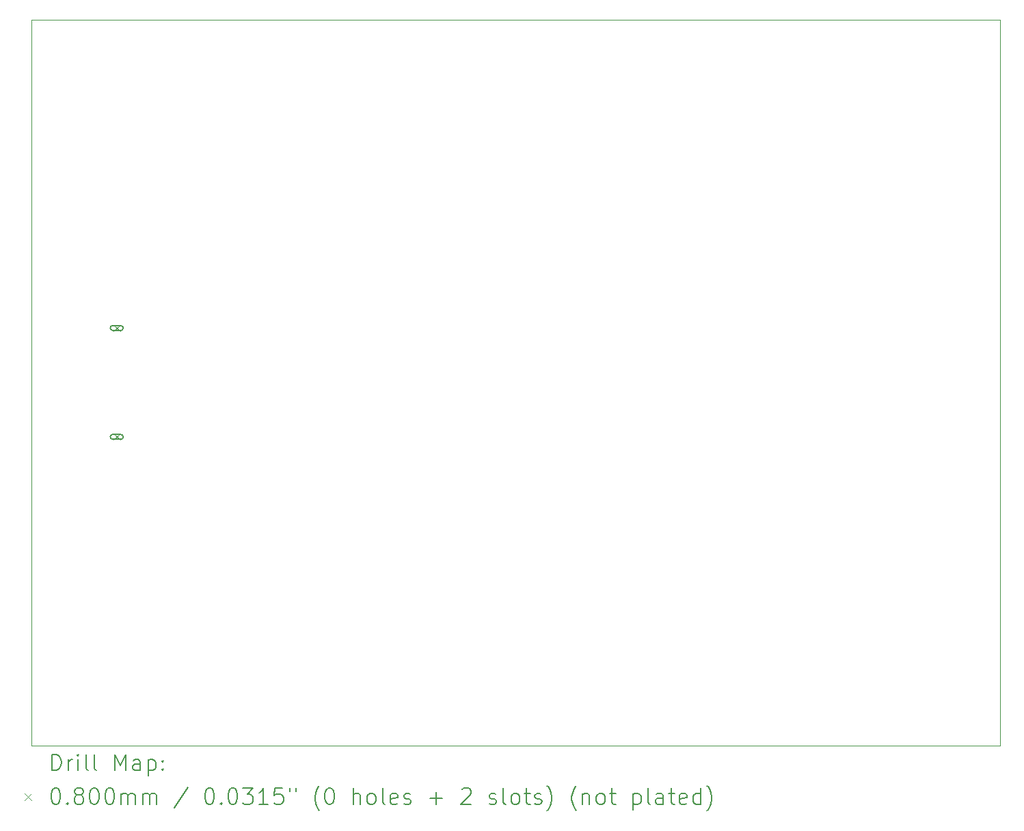
<source format=gbr>
%FSLAX45Y45*%
G04 Gerber Fmt 4.5, Leading zero omitted, Abs format (unit mm)*
G04 Created by KiCad (PCBNEW (6.0.5)) date 2022-07-13 14:16:42*
%MOMM*%
%LPD*%
G01*
G04 APERTURE LIST*
%TA.AperFunction,Profile*%
%ADD10C,0.001000*%
%TD*%
%ADD11C,0.200000*%
%ADD12C,0.080000*%
G04 APERTURE END LIST*
D10*
X0Y9000000D02*
X12000000Y9000000D01*
X12000000Y9000000D02*
X12000000Y0D01*
X12000000Y0D02*
X0Y0D01*
X0Y0D02*
X0Y9000000D01*
D11*
D12*
X1020000Y5215000D02*
X1100000Y5135000D01*
X1100000Y5215000D02*
X1020000Y5135000D01*
D11*
X1010000Y5145000D02*
X1110000Y5145000D01*
X1010000Y5205000D02*
X1110000Y5205000D01*
X1110000Y5145000D02*
G75*
G03*
X1110000Y5205000I0J30000D01*
G01*
X1010000Y5205000D02*
G75*
G03*
X1010000Y5145000I0J-30000D01*
G01*
D12*
X1020000Y3865000D02*
X1100000Y3785000D01*
X1100000Y3865000D02*
X1020000Y3785000D01*
D11*
X1010000Y3795000D02*
X1110000Y3795000D01*
X1010000Y3855000D02*
X1110000Y3855000D01*
X1110000Y3795000D02*
G75*
G03*
X1110000Y3855000I0J30000D01*
G01*
X1010000Y3855000D02*
G75*
G03*
X1010000Y3795000I0J-30000D01*
G01*
X257569Y-310526D02*
X257569Y-110526D01*
X305188Y-110526D01*
X333760Y-120050D01*
X352807Y-139098D01*
X362331Y-158145D01*
X371855Y-196240D01*
X371855Y-224812D01*
X362331Y-262907D01*
X352807Y-281955D01*
X333760Y-301002D01*
X305188Y-310526D01*
X257569Y-310526D01*
X457569Y-310526D02*
X457569Y-177193D01*
X457569Y-215288D02*
X467093Y-196240D01*
X476617Y-186717D01*
X495664Y-177193D01*
X514712Y-177193D01*
X581379Y-310526D02*
X581379Y-177193D01*
X581379Y-110526D02*
X571855Y-120050D01*
X581379Y-129574D01*
X590902Y-120050D01*
X581379Y-110526D01*
X581379Y-129574D01*
X705188Y-310526D02*
X686140Y-301002D01*
X676617Y-281955D01*
X676617Y-110526D01*
X809950Y-310526D02*
X790902Y-301002D01*
X781378Y-281955D01*
X781378Y-110526D01*
X1038521Y-310526D02*
X1038521Y-110526D01*
X1105188Y-253383D01*
X1171855Y-110526D01*
X1171855Y-310526D01*
X1352807Y-310526D02*
X1352807Y-205764D01*
X1343283Y-186717D01*
X1324236Y-177193D01*
X1286140Y-177193D01*
X1267093Y-186717D01*
X1352807Y-301002D02*
X1333760Y-310526D01*
X1286140Y-310526D01*
X1267093Y-301002D01*
X1257569Y-281955D01*
X1257569Y-262907D01*
X1267093Y-243859D01*
X1286140Y-234336D01*
X1333760Y-234336D01*
X1352807Y-224812D01*
X1448045Y-177193D02*
X1448045Y-377193D01*
X1448045Y-186717D02*
X1467093Y-177193D01*
X1505188Y-177193D01*
X1524236Y-186717D01*
X1533759Y-196240D01*
X1543283Y-215288D01*
X1543283Y-272431D01*
X1533759Y-291479D01*
X1524236Y-301002D01*
X1505188Y-310526D01*
X1467093Y-310526D01*
X1448045Y-301002D01*
X1628998Y-291479D02*
X1638521Y-301002D01*
X1628998Y-310526D01*
X1619474Y-301002D01*
X1628998Y-291479D01*
X1628998Y-310526D01*
X1628998Y-186717D02*
X1638521Y-196240D01*
X1628998Y-205764D01*
X1619474Y-196240D01*
X1628998Y-186717D01*
X1628998Y-205764D01*
D12*
X-80050Y-600050D02*
X-50Y-680050D01*
X-50Y-600050D02*
X-80050Y-680050D01*
D11*
X295664Y-530526D02*
X314712Y-530526D01*
X333760Y-540050D01*
X343283Y-549574D01*
X352807Y-568621D01*
X362331Y-606717D01*
X362331Y-654336D01*
X352807Y-692431D01*
X343283Y-711478D01*
X333760Y-721002D01*
X314712Y-730526D01*
X295664Y-730526D01*
X276617Y-721002D01*
X267093Y-711478D01*
X257569Y-692431D01*
X248045Y-654336D01*
X248045Y-606717D01*
X257569Y-568621D01*
X267093Y-549574D01*
X276617Y-540050D01*
X295664Y-530526D01*
X448045Y-711478D02*
X457569Y-721002D01*
X448045Y-730526D01*
X438521Y-721002D01*
X448045Y-711478D01*
X448045Y-730526D01*
X571855Y-616240D02*
X552807Y-606717D01*
X543283Y-597193D01*
X533760Y-578145D01*
X533760Y-568621D01*
X543283Y-549574D01*
X552807Y-540050D01*
X571855Y-530526D01*
X609950Y-530526D01*
X628998Y-540050D01*
X638521Y-549574D01*
X648045Y-568621D01*
X648045Y-578145D01*
X638521Y-597193D01*
X628998Y-606717D01*
X609950Y-616240D01*
X571855Y-616240D01*
X552807Y-625764D01*
X543283Y-635288D01*
X533760Y-654336D01*
X533760Y-692431D01*
X543283Y-711478D01*
X552807Y-721002D01*
X571855Y-730526D01*
X609950Y-730526D01*
X628998Y-721002D01*
X638521Y-711478D01*
X648045Y-692431D01*
X648045Y-654336D01*
X638521Y-635288D01*
X628998Y-625764D01*
X609950Y-616240D01*
X771855Y-530526D02*
X790902Y-530526D01*
X809950Y-540050D01*
X819474Y-549574D01*
X828998Y-568621D01*
X838521Y-606717D01*
X838521Y-654336D01*
X828998Y-692431D01*
X819474Y-711478D01*
X809950Y-721002D01*
X790902Y-730526D01*
X771855Y-730526D01*
X752807Y-721002D01*
X743283Y-711478D01*
X733759Y-692431D01*
X724236Y-654336D01*
X724236Y-606717D01*
X733759Y-568621D01*
X743283Y-549574D01*
X752807Y-540050D01*
X771855Y-530526D01*
X962331Y-530526D02*
X981378Y-530526D01*
X1000426Y-540050D01*
X1009950Y-549574D01*
X1019474Y-568621D01*
X1028998Y-606717D01*
X1028998Y-654336D01*
X1019474Y-692431D01*
X1009950Y-711478D01*
X1000426Y-721002D01*
X981378Y-730526D01*
X962331Y-730526D01*
X943283Y-721002D01*
X933759Y-711478D01*
X924236Y-692431D01*
X914712Y-654336D01*
X914712Y-606717D01*
X924236Y-568621D01*
X933759Y-549574D01*
X943283Y-540050D01*
X962331Y-530526D01*
X1114712Y-730526D02*
X1114712Y-597193D01*
X1114712Y-616240D02*
X1124236Y-606717D01*
X1143283Y-597193D01*
X1171855Y-597193D01*
X1190902Y-606717D01*
X1200426Y-625764D01*
X1200426Y-730526D01*
X1200426Y-625764D02*
X1209950Y-606717D01*
X1228998Y-597193D01*
X1257569Y-597193D01*
X1276617Y-606717D01*
X1286140Y-625764D01*
X1286140Y-730526D01*
X1381379Y-730526D02*
X1381379Y-597193D01*
X1381379Y-616240D02*
X1390902Y-606717D01*
X1409950Y-597193D01*
X1438521Y-597193D01*
X1457569Y-606717D01*
X1467093Y-625764D01*
X1467093Y-730526D01*
X1467093Y-625764D02*
X1476617Y-606717D01*
X1495664Y-597193D01*
X1524236Y-597193D01*
X1543283Y-606717D01*
X1552807Y-625764D01*
X1552807Y-730526D01*
X1943283Y-521002D02*
X1771855Y-778145D01*
X2200426Y-530526D02*
X2219474Y-530526D01*
X2238521Y-540050D01*
X2248045Y-549574D01*
X2257569Y-568621D01*
X2267093Y-606717D01*
X2267093Y-654336D01*
X2257569Y-692431D01*
X2248045Y-711478D01*
X2238521Y-721002D01*
X2219474Y-730526D01*
X2200426Y-730526D01*
X2181379Y-721002D01*
X2171855Y-711478D01*
X2162331Y-692431D01*
X2152807Y-654336D01*
X2152807Y-606717D01*
X2162331Y-568621D01*
X2171855Y-549574D01*
X2181379Y-540050D01*
X2200426Y-530526D01*
X2352807Y-711478D02*
X2362331Y-721002D01*
X2352807Y-730526D01*
X2343283Y-721002D01*
X2352807Y-711478D01*
X2352807Y-730526D01*
X2486140Y-530526D02*
X2505188Y-530526D01*
X2524236Y-540050D01*
X2533760Y-549574D01*
X2543283Y-568621D01*
X2552807Y-606717D01*
X2552807Y-654336D01*
X2543283Y-692431D01*
X2533760Y-711478D01*
X2524236Y-721002D01*
X2505188Y-730526D01*
X2486140Y-730526D01*
X2467093Y-721002D01*
X2457569Y-711478D01*
X2448045Y-692431D01*
X2438521Y-654336D01*
X2438521Y-606717D01*
X2448045Y-568621D01*
X2457569Y-549574D01*
X2467093Y-540050D01*
X2486140Y-530526D01*
X2619474Y-530526D02*
X2743283Y-530526D01*
X2676617Y-606717D01*
X2705188Y-606717D01*
X2724236Y-616240D01*
X2733760Y-625764D01*
X2743283Y-644812D01*
X2743283Y-692431D01*
X2733760Y-711478D01*
X2724236Y-721002D01*
X2705188Y-730526D01*
X2648045Y-730526D01*
X2628998Y-721002D01*
X2619474Y-711478D01*
X2933759Y-730526D02*
X2819474Y-730526D01*
X2876617Y-730526D02*
X2876617Y-530526D01*
X2857569Y-559098D01*
X2838521Y-578145D01*
X2819474Y-587669D01*
X3114712Y-530526D02*
X3019474Y-530526D01*
X3009950Y-625764D01*
X3019474Y-616240D01*
X3038521Y-606717D01*
X3086140Y-606717D01*
X3105188Y-616240D01*
X3114712Y-625764D01*
X3124236Y-644812D01*
X3124236Y-692431D01*
X3114712Y-711478D01*
X3105188Y-721002D01*
X3086140Y-730526D01*
X3038521Y-730526D01*
X3019474Y-721002D01*
X3009950Y-711478D01*
X3200426Y-530526D02*
X3200426Y-568621D01*
X3276617Y-530526D02*
X3276617Y-568621D01*
X3571855Y-806717D02*
X3562331Y-797193D01*
X3543283Y-768621D01*
X3533759Y-749574D01*
X3524236Y-721002D01*
X3514712Y-673383D01*
X3514712Y-635288D01*
X3524236Y-587669D01*
X3533759Y-559098D01*
X3543283Y-540050D01*
X3562331Y-511478D01*
X3571855Y-501955D01*
X3686140Y-530526D02*
X3705188Y-530526D01*
X3724236Y-540050D01*
X3733759Y-549574D01*
X3743283Y-568621D01*
X3752807Y-606717D01*
X3752807Y-654336D01*
X3743283Y-692431D01*
X3733759Y-711478D01*
X3724236Y-721002D01*
X3705188Y-730526D01*
X3686140Y-730526D01*
X3667093Y-721002D01*
X3657569Y-711478D01*
X3648045Y-692431D01*
X3638521Y-654336D01*
X3638521Y-606717D01*
X3648045Y-568621D01*
X3657569Y-549574D01*
X3667093Y-540050D01*
X3686140Y-530526D01*
X3990902Y-730526D02*
X3990902Y-530526D01*
X4076617Y-730526D02*
X4076617Y-625764D01*
X4067093Y-606717D01*
X4048045Y-597193D01*
X4019474Y-597193D01*
X4000426Y-606717D01*
X3990902Y-616240D01*
X4200426Y-730526D02*
X4181378Y-721002D01*
X4171855Y-711478D01*
X4162331Y-692431D01*
X4162331Y-635288D01*
X4171855Y-616240D01*
X4181378Y-606717D01*
X4200426Y-597193D01*
X4228998Y-597193D01*
X4248045Y-606717D01*
X4257569Y-616240D01*
X4267093Y-635288D01*
X4267093Y-692431D01*
X4257569Y-711478D01*
X4248045Y-721002D01*
X4228998Y-730526D01*
X4200426Y-730526D01*
X4381379Y-730526D02*
X4362331Y-721002D01*
X4352807Y-701955D01*
X4352807Y-530526D01*
X4533760Y-721002D02*
X4514712Y-730526D01*
X4476617Y-730526D01*
X4457569Y-721002D01*
X4448045Y-701955D01*
X4448045Y-625764D01*
X4457569Y-606717D01*
X4476617Y-597193D01*
X4514712Y-597193D01*
X4533760Y-606717D01*
X4543283Y-625764D01*
X4543283Y-644812D01*
X4448045Y-663860D01*
X4619474Y-721002D02*
X4638521Y-730526D01*
X4676617Y-730526D01*
X4695664Y-721002D01*
X4705188Y-701955D01*
X4705188Y-692431D01*
X4695664Y-673383D01*
X4676617Y-663860D01*
X4648045Y-663860D01*
X4628998Y-654336D01*
X4619474Y-635288D01*
X4619474Y-625764D01*
X4628998Y-606717D01*
X4648045Y-597193D01*
X4676617Y-597193D01*
X4695664Y-606717D01*
X4943283Y-654336D02*
X5095664Y-654336D01*
X5019474Y-730526D02*
X5019474Y-578145D01*
X5333760Y-549574D02*
X5343283Y-540050D01*
X5362331Y-530526D01*
X5409950Y-530526D01*
X5428998Y-540050D01*
X5438521Y-549574D01*
X5448045Y-568621D01*
X5448045Y-587669D01*
X5438521Y-616240D01*
X5324236Y-730526D01*
X5448045Y-730526D01*
X5676617Y-721002D02*
X5695664Y-730526D01*
X5733759Y-730526D01*
X5752807Y-721002D01*
X5762331Y-701955D01*
X5762331Y-692431D01*
X5752807Y-673383D01*
X5733759Y-663860D01*
X5705188Y-663860D01*
X5686140Y-654336D01*
X5676617Y-635288D01*
X5676617Y-625764D01*
X5686140Y-606717D01*
X5705188Y-597193D01*
X5733759Y-597193D01*
X5752807Y-606717D01*
X5876617Y-730526D02*
X5857569Y-721002D01*
X5848045Y-701955D01*
X5848045Y-530526D01*
X5981378Y-730526D02*
X5962331Y-721002D01*
X5952807Y-711478D01*
X5943283Y-692431D01*
X5943283Y-635288D01*
X5952807Y-616240D01*
X5962331Y-606717D01*
X5981378Y-597193D01*
X6009950Y-597193D01*
X6028998Y-606717D01*
X6038521Y-616240D01*
X6048045Y-635288D01*
X6048045Y-692431D01*
X6038521Y-711478D01*
X6028998Y-721002D01*
X6009950Y-730526D01*
X5981378Y-730526D01*
X6105188Y-597193D02*
X6181378Y-597193D01*
X6133759Y-530526D02*
X6133759Y-701955D01*
X6143283Y-721002D01*
X6162331Y-730526D01*
X6181378Y-730526D01*
X6238521Y-721002D02*
X6257569Y-730526D01*
X6295664Y-730526D01*
X6314712Y-721002D01*
X6324236Y-701955D01*
X6324236Y-692431D01*
X6314712Y-673383D01*
X6295664Y-663860D01*
X6267093Y-663860D01*
X6248045Y-654336D01*
X6238521Y-635288D01*
X6238521Y-625764D01*
X6248045Y-606717D01*
X6267093Y-597193D01*
X6295664Y-597193D01*
X6314712Y-606717D01*
X6390902Y-806717D02*
X6400426Y-797193D01*
X6419474Y-768621D01*
X6428998Y-749574D01*
X6438521Y-721002D01*
X6448045Y-673383D01*
X6448045Y-635288D01*
X6438521Y-587669D01*
X6428998Y-559098D01*
X6419474Y-540050D01*
X6400426Y-511478D01*
X6390902Y-501955D01*
X6752807Y-806717D02*
X6743283Y-797193D01*
X6724236Y-768621D01*
X6714712Y-749574D01*
X6705188Y-721002D01*
X6695664Y-673383D01*
X6695664Y-635288D01*
X6705188Y-587669D01*
X6714712Y-559098D01*
X6724236Y-540050D01*
X6743283Y-511478D01*
X6752807Y-501955D01*
X6828998Y-597193D02*
X6828998Y-730526D01*
X6828998Y-616240D02*
X6838521Y-606717D01*
X6857569Y-597193D01*
X6886140Y-597193D01*
X6905188Y-606717D01*
X6914712Y-625764D01*
X6914712Y-730526D01*
X7038521Y-730526D02*
X7019474Y-721002D01*
X7009950Y-711478D01*
X7000426Y-692431D01*
X7000426Y-635288D01*
X7009950Y-616240D01*
X7019474Y-606717D01*
X7038521Y-597193D01*
X7067093Y-597193D01*
X7086140Y-606717D01*
X7095664Y-616240D01*
X7105188Y-635288D01*
X7105188Y-692431D01*
X7095664Y-711478D01*
X7086140Y-721002D01*
X7067093Y-730526D01*
X7038521Y-730526D01*
X7162331Y-597193D02*
X7238521Y-597193D01*
X7190902Y-530526D02*
X7190902Y-701955D01*
X7200426Y-721002D01*
X7219474Y-730526D01*
X7238521Y-730526D01*
X7457569Y-597193D02*
X7457569Y-797193D01*
X7457569Y-606717D02*
X7476617Y-597193D01*
X7514712Y-597193D01*
X7533759Y-606717D01*
X7543283Y-616240D01*
X7552807Y-635288D01*
X7552807Y-692431D01*
X7543283Y-711478D01*
X7533759Y-721002D01*
X7514712Y-730526D01*
X7476617Y-730526D01*
X7457569Y-721002D01*
X7667093Y-730526D02*
X7648045Y-721002D01*
X7638521Y-701955D01*
X7638521Y-530526D01*
X7828998Y-730526D02*
X7828998Y-625764D01*
X7819474Y-606717D01*
X7800426Y-597193D01*
X7762331Y-597193D01*
X7743283Y-606717D01*
X7828998Y-721002D02*
X7809950Y-730526D01*
X7762331Y-730526D01*
X7743283Y-721002D01*
X7733759Y-701955D01*
X7733759Y-682907D01*
X7743283Y-663860D01*
X7762331Y-654336D01*
X7809950Y-654336D01*
X7828998Y-644812D01*
X7895664Y-597193D02*
X7971855Y-597193D01*
X7924236Y-530526D02*
X7924236Y-701955D01*
X7933759Y-721002D01*
X7952807Y-730526D01*
X7971855Y-730526D01*
X8114712Y-721002D02*
X8095664Y-730526D01*
X8057569Y-730526D01*
X8038521Y-721002D01*
X8028998Y-701955D01*
X8028998Y-625764D01*
X8038521Y-606717D01*
X8057569Y-597193D01*
X8095664Y-597193D01*
X8114712Y-606717D01*
X8124236Y-625764D01*
X8124236Y-644812D01*
X8028998Y-663860D01*
X8295664Y-730526D02*
X8295664Y-530526D01*
X8295664Y-721002D02*
X8276617Y-730526D01*
X8238521Y-730526D01*
X8219474Y-721002D01*
X8209950Y-711478D01*
X8200426Y-692431D01*
X8200426Y-635288D01*
X8209950Y-616240D01*
X8219474Y-606717D01*
X8238521Y-597193D01*
X8276617Y-597193D01*
X8295664Y-606717D01*
X8371855Y-806717D02*
X8381378Y-797193D01*
X8400426Y-768621D01*
X8409950Y-749574D01*
X8419474Y-721002D01*
X8428998Y-673383D01*
X8428998Y-635288D01*
X8419474Y-587669D01*
X8409950Y-559098D01*
X8400426Y-540050D01*
X8381378Y-511478D01*
X8371855Y-501955D01*
M02*

</source>
